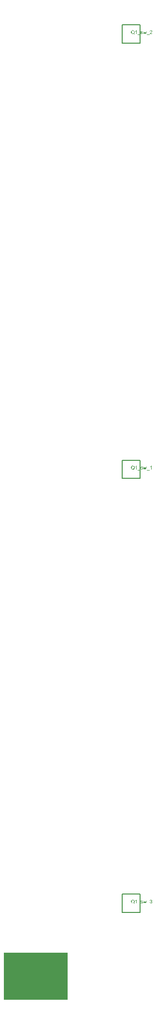
<source format=gbr>
%FSTAX23Y23*%
%MOIN*%
%SFA1B1*%

%IPPOS*%
%ADD47C,0.007874*%
%LNmain_mechanical_5-1*%
%LPD*%
G36*
X03458Y0084D02*
Y00518D01*
X03018*
Y0084*
X03458*
G37*
G36*
X04035Y01205D02*
X04035Y01205D01*
X04035Y01205*
X04036Y01205*
X04037Y01205*
X04037Y01204*
X04038Y01204*
X04038*
X04038Y01204*
X04038Y01204*
X04038Y01204*
X04038Y01204*
X04039Y01204*
X04039Y01203*
X0404Y01203*
X0404Y01202*
X04041Y01202*
Y01202*
X04041Y01202*
X04041Y01202*
X04041Y01201*
X04041Y01201*
X04041Y01201*
X04041Y01201*
X04041Y012*
X04041Y012*
X04041Y01199*
X04042Y01198*
Y01198*
Y01198*
Y01198*
Y01198*
X04041Y01198*
X04041Y01198*
X04041Y01197*
X04041Y01197*
X04041Y01196*
X04041Y01196*
Y01195*
X04041Y01195*
X0404Y01195*
X0404Y01195*
X0404Y01195*
X0404Y01194*
X04039Y01194*
X04039Y01194*
X04038Y01193*
X04038*
X04038Y01193*
X04038Y01193*
X04038Y01193*
X04039Y01193*
X04039Y01193*
X04039Y01193*
X0404Y01193*
X0404Y01192*
X04041Y01192*
X04041Y01191*
X04042Y01191*
X04042Y01191*
X04042Y01191*
X04042Y01191*
X04042Y01191*
X04042Y01191*
X04042Y0119*
X04042Y0119*
X04042Y0119*
X04042Y0119*
X04043Y01189*
X04043Y01188*
X04043Y01188*
Y01187*
Y01187*
Y01187*
X04043Y01187*
Y01187*
X04043Y01186*
X04043Y01186*
X04043Y01186*
X04042Y01185*
X04042Y01185*
X04042Y01184*
X04042Y01184*
X04042Y01183*
X04041Y01183*
X04041Y01183*
X04041Y01182*
X0404Y01182*
X0404Y01182*
X0404Y01181*
X0404Y01181*
X0404Y01181*
X0404Y01181*
X04039Y01181*
X04039Y01181*
X04039Y0118*
X04038Y0118*
X04038Y0118*
X04037Y0118*
X04037Y0118*
X04036Y0118*
X04036Y01179*
X04035Y01179*
X04034Y01179*
X04034*
X04034Y01179*
X04034*
X04033Y01179*
X04033Y01179*
X04033Y01179*
X04032Y0118*
X04032Y0118*
X04031Y0118*
X04031Y0118*
X0403Y0118*
X0403Y0118*
X0403Y01181*
X04029Y01181*
X04029Y01181*
X04029Y01181*
X04029Y01181*
X04029Y01181*
X04028Y01182*
X04028Y01182*
X04028Y01182*
X04028Y01182*
X04028Y01183*
X04027Y01183*
X04027Y01183*
X04027Y01184*
X04027Y01184*
X04027Y01185*
X04026Y01185*
X04026Y01186*
X04026Y01186*
X04029Y01187*
Y01187*
X04029Y01187*
X04029Y01187*
X04029Y01186*
X04029Y01186*
X0403Y01186*
X0403Y01185*
X0403Y01185*
X0403Y01184*
X04031Y01184*
X04031Y01183*
X04031Y01183*
X04031*
X04031Y01183*
X04031Y01183*
X04031Y01183*
X04032Y01183*
X04032Y01182*
X04032Y01182*
X04033Y01182*
X04034Y01182*
X04034Y01182*
X04034*
X04035Y01182*
X04035Y01182*
X04035Y01182*
X04036Y01182*
X04036Y01182*
X04037Y01183*
X04037Y01183*
X04037Y01183*
X04038Y01183*
X04038Y01183*
X04038Y01183*
X04038Y01183*
X04038Y01184*
X04038Y01184*
X04038Y01184*
X04038Y01184*
X04039Y01184*
X04039Y01184*
X04039Y01185*
X04039Y01186*
X04039Y01186*
X04039Y01187*
X04039Y01187*
Y01187*
Y01187*
Y01187*
X04039Y01187*
X04039Y01188*
X04039Y01188*
X04039Y01188*
X04039Y01189*
X04039Y0119*
X04039Y0119*
X04038Y0119*
X04038Y0119*
X04038Y01191*
X04038Y01191*
X04038Y01191*
X04038Y01191*
X04038Y01191*
X04038Y01191*
X04037Y01191*
X04037Y01191*
X04037Y01192*
X04036Y01192*
X04035Y01192*
X04035Y01192*
X04035Y01192*
X04034*
X04034Y01192*
X04034*
X04034Y01192*
X04033Y01192*
X04033Y01192*
X04032Y01192*
X04033Y01194*
X04033*
X04033Y01194*
X04033Y01194*
X04033*
X04034Y01194*
X04034*
X04034Y01194*
X04034Y01194*
X04035Y01195*
X04035Y01195*
X04036Y01195*
X04037Y01195*
X04037*
X04037Y01195*
X04037Y01195*
X04037Y01196*
X04037Y01196*
X04038Y01196*
X04038Y01197*
X04038Y01197*
X04038Y01197*
X04038Y01198*
X04038Y01198*
X04038Y01199*
Y01199*
Y01199*
Y01199*
X04038Y01199*
X04038Y01199*
X04038Y012*
X04038Y012*
X04038Y012*
X04038Y01201*
X04037Y01201*
X04037Y01201*
X04037Y01201*
X04037Y01202*
X04037Y01202*
X04036Y01202*
X04036Y01202*
X04035Y01202*
X04035Y01202*
X04034Y01203*
X04034*
X04034Y01202*
X04034*
X04034Y01202*
X04033Y01202*
X04033Y01202*
X04032Y01202*
X04032Y01202*
X04031Y01201*
X04031Y01201*
X04031Y01201*
X04031Y01201*
X04031Y01201*
X0403Y012*
X0403Y01199*
X0403Y01199*
X0403Y01198*
X04027Y01199*
Y01199*
X04027Y01199*
X04027Y01199*
X04027Y01199*
X04027Y01199*
X04027Y012*
X04027Y012*
X04027Y012*
X04027Y01201*
X04028Y01201*
X04028Y01202*
X04028Y01202*
X04028Y01203*
X04029Y01203*
X04029Y01203*
X04029Y01203*
X04029Y01203*
X04029Y01203*
X04029Y01204*
X0403Y01204*
X0403Y01204*
X0403Y01204*
X0403Y01204*
X04031Y01204*
X04031Y01205*
X04032Y01205*
X04032Y01205*
X04033Y01205*
X04033Y01205*
X04034Y01205*
X04034Y01205*
X04034*
X04035Y01205*
G37*
G36*
X03971Y01198D02*
X03971D01*
X03972Y01198*
X03972Y01198*
X03973Y01198*
X03974Y01198*
X03974Y01198*
X03974*
X03974Y01198*
X03974Y01198*
X03975Y01198*
X03975Y01198*
X03975Y01197*
X03976Y01197*
X03976Y01197*
X03976Y01197*
X03977Y01196*
X03977Y01196*
X03977Y01196*
X03977Y01196*
X03977Y01195*
X03977Y01195*
X03977Y01194*
X03978Y01194*
X03978Y01193*
X03975Y01193*
Y01193*
Y01193*
X03975Y01193*
X03975Y01193*
X03975Y01194*
X03974Y01194*
X03974Y01194*
X03974Y01195*
X03974Y01195*
X03973Y01195*
X03973Y01195*
X03973Y01195*
X03973Y01195*
X03972Y01196*
X03972Y01196*
X03971Y01196*
X03971Y01196*
X0397*
X0397Y01196*
X0397*
X0397Y01196*
X03969Y01196*
X03969Y01196*
X03968Y01195*
X03968Y01195*
X03968Y01195*
X03968Y01195*
X03968Y01195*
X03967Y01195*
X03967Y01195*
X03967Y01194*
X03967Y01194*
X03967Y01194*
X03967Y01194*
Y01194*
Y01193*
X03967Y01193*
X03967Y01193*
X03967Y01193*
X03967Y01193*
X03967Y01192*
X03967Y01192*
X03967Y01192*
X03967Y01192*
X03967Y01192*
X03968Y01192*
X03968Y01192*
X03968Y01192*
X03968Y01192*
X03968*
X03968Y01192*
X03969Y01192*
X03969Y01191*
X03969Y01191*
X03969Y01191*
X03969Y01191*
X0397Y01191*
X0397Y01191*
X0397Y01191*
X03971Y01191*
X03971Y01191*
X03971*
X03971Y01191*
X03971Y01191*
X03972Y01191*
X03972Y01191*
X03972Y01191*
X03973Y0119*
X03973Y0119*
X03974Y0119*
X03974Y0119*
X03975Y0119*
X03975Y0119*
X03975Y01189*
X03976Y01189*
X03976*
X03976Y01189*
X03976Y01189*
X03976Y01189*
X03976Y01189*
X03977Y01189*
X03977Y01188*
X03977Y01188*
X03978Y01188*
X03978Y01188*
X03978Y01188*
X03978Y01187*
X03978Y01187*
X03978Y01187*
X03978Y01186*
X03978Y01186*
X03978Y01185*
Y01185*
Y01185*
Y01185*
Y01185*
X03978Y01185*
X03978Y01184*
X03978Y01184*
X03978Y01183*
X03978Y01183*
X03978Y01182*
Y01182*
X03977Y01182*
X03977Y01182*
X03977Y01182*
X03977Y01181*
X03976Y01181*
X03976Y01181*
X03976Y0118*
X03975Y0118*
X03975*
X03975Y0118*
X03975Y0118*
X03975Y0118*
X03974Y0118*
X03974Y0118*
X03974Y0118*
X03974Y0118*
X03973Y0118*
X03973Y01179*
X03972Y01179*
X03971Y01179*
X03971*
X0397Y01179*
X0397Y01179*
X0397Y01179*
X03969Y01179*
X03969Y0118*
X03968Y0118*
X03967Y0118*
X03967Y0118*
X03966Y0118*
X03966Y01181*
X03966Y01181*
X03966Y01181*
X03966Y01181*
X03965Y01181*
X03965Y01181*
X03965Y01181*
X03965Y01181*
X03965Y01182*
X03965Y01182*
X03964Y01182*
X03964Y01183*
X03964Y01183*
X03964Y01183*
X03964Y01184*
X03964Y01184*
X03963Y01185*
X03963Y01185*
X03966Y01186*
Y01186*
X03966Y01186*
Y01186*
X03966Y01185*
X03966Y01185*
X03966Y01185*
X03967Y01185*
X03967Y01184*
X03967Y01184*
X03967Y01183*
X03968Y01183*
X03968*
X03968Y01183*
X03968Y01183*
X03968Y01183*
X03969Y01182*
X03969Y01182*
X0397Y01182*
X0397Y01182*
X03971Y01182*
X03971*
X03971Y01182*
X03972*
X03972Y01182*
X03972Y01182*
X03973Y01182*
X03973Y01182*
X03974Y01182*
X03974Y01183*
X03974Y01183*
X03974Y01183*
X03975Y01183*
X03975Y01183*
X03975Y01184*
X03975Y01184*
X03975Y01184*
X03975Y01185*
Y01185*
Y01185*
X03975Y01185*
X03975Y01185*
X03975Y01186*
X03975Y01186*
X03975Y01186*
X03974Y01186*
X03974Y01186*
X03974Y01187*
X03974Y01187*
X03974Y01187*
X03974Y01187*
X03973Y01187*
X03973Y01187*
X03973Y01187*
X03973Y01187*
X03972Y01187*
X03972Y01187*
X03972Y01187*
X03971Y01187*
X03971*
X03971Y01188*
X03971Y01188*
X03971Y01188*
X0397Y01188*
X0397Y01188*
X0397Y01188*
X03969Y01188*
X03969Y01188*
X03968Y01189*
X03967Y01189*
X03967Y01189*
X03967Y01189*
X03966Y01189*
X03966*
X03966Y01189*
X03966Y01189*
X03966Y01189*
X03966Y01189*
X03965Y0119*
X03965Y0119*
X03965Y0119*
X03964Y01191*
X03964Y01191*
X03964Y01191*
X03964Y01191*
X03964Y01191*
X03964Y01192*
X03964Y01192*
X03964Y01193*
X03964Y01193*
Y01193*
Y01193*
Y01193*
X03964Y01194*
X03964Y01194*
X03964Y01194*
X03964Y01195*
X03964Y01195*
X03964Y01195*
X03964Y01195*
X03964Y01196*
X03965Y01196*
X03965Y01196*
X03965Y01196*
X03965Y01197*
X03965Y01197*
X03966Y01197*
X03966Y01197*
X03966Y01197*
X03966Y01197*
X03966Y01197*
X03967Y01198*
X03967Y01198*
X03967Y01198*
X03968Y01198*
X03968*
X03968Y01198*
X03968Y01198*
X03968Y01198*
X03969Y01198*
X03969Y01198*
X03969Y01198*
X0397Y01198*
X0397Y01198*
X03971*
X03971Y01198*
G37*
G36*
X03999Y0118D02*
X03996D01*
X03993Y01191*
X03992Y01194*
X03989Y0118*
X03985*
X0398Y01198*
X03983*
X03986Y01187*
X03987Y01184*
Y01184*
X03987Y01184*
X03987Y01184*
Y01184*
X03987Y01184*
X03987Y01184*
X03987Y01184*
X03987Y01185*
X03987Y01185*
X03987Y01185*
X03988Y01186*
X03988Y01186*
X03988Y01187*
X03988Y01187*
X03991Y01198*
X03994*
X03997Y01187*
X03998Y01184*
X03999Y01187*
X04002Y01198*
X04005*
X03999Y0118*
G37*
G36*
X03936D02*
X03933D01*
Y01199*
X03933Y01199*
X03933Y01199*
X03933Y01199*
X03932Y01199*
X03932Y01198*
X03931Y01198*
X03931Y01198*
X0393Y01197*
X0393*
X0393Y01197*
X0393Y01197*
X0393Y01197*
X0393Y01197*
X03929Y01197*
X03929Y01197*
X03929Y01196*
X03928Y01196*
X03927Y01196*
X03927Y01196*
Y01199*
X03927Y01199*
X03927Y01199*
X03927Y01199*
X03927Y01199*
X03927Y01199*
X03928Y01199*
X03928Y01199*
X03928Y012*
X03929Y012*
X0393Y012*
X03931Y01201*
X03931Y01202*
X03931Y01202*
X03931Y01202*
X03932Y01202*
X03932Y01202*
X03932Y01202*
X03932Y01202*
X03932Y01203*
X03933Y01203*
X03933Y01204*
X03934Y01204*
X03934Y01205*
X03936*
Y0118*
G37*
G36*
X0391Y01205D02*
X0391Y01205D01*
X0391Y01205*
X03911Y01205*
X03911Y01205*
X03912Y01205*
X03912Y01205*
X03913Y01205*
X03913Y01205*
X03914Y01205*
X03914Y01204*
X03915Y01204*
X03915Y01204*
X03916Y01204*
X03916Y01204*
X03916Y01204*
X03916Y01203*
X03916Y01203*
X03916Y01203*
X03917Y01203*
X03917Y01203*
X03917Y01202*
X03918Y01202*
X03918Y01202*
X03918Y01201*
X03919Y01201*
X03919Y012*
X03919Y012*
X0392Y01199*
X0392Y01199*
X0392Y01199*
X0392Y01199*
X0392Y01199*
X0392Y01198*
X0392Y01198*
X0392Y01198*
X03921Y01197*
X03921Y01197*
X03921Y01196*
X03921Y01196*
X03921Y01195*
X03921Y01194*
X03921Y01194*
X03921Y01193*
X03921Y01192*
Y01192*
Y01192*
Y01192*
X03921Y01192*
Y01192*
X03921Y01191*
X03921Y01191*
X03921Y01191*
X03921Y0119*
X03921Y0119*
X03921Y01189*
X03921Y01188*
X0392Y01187*
Y01187*
X0392Y01187*
X0392Y01187*
X0392Y01186*
X0392Y01186*
X0392Y01186*
X0392Y01186*
X0392Y01185*
X03919Y01185*
X03919Y01184*
X03918Y01183*
X03917Y01182*
X03917Y01182*
X03918Y01182*
X03918Y01182*
X03918Y01182*
X03918Y01182*
X03918Y01182*
X03919Y01182*
X03919Y01182*
X03919Y01181*
X0392Y01181*
X03921Y0118*
X03922Y0118*
X03921Y01178*
X03921*
X03921Y01178*
X0392Y01178*
X0392Y01178*
X0392Y01178*
X0392Y01178*
X03919Y01178*
X03919Y01179*
X03919Y01179*
X03918Y01179*
X03917Y0118*
X03916Y0118*
X03915Y01181*
X03915Y01181*
X03915Y01181*
X03915Y01181*
X03915Y01181*
X03915Y01181*
X03914Y0118*
X03914Y0118*
X03913Y0118*
X03913Y0118*
X03913Y0118*
X03912Y0118*
X03912Y0118*
X0391Y01179*
X0391Y01179*
X03909Y01179*
X03909*
X03909Y01179*
X03908Y01179*
X03908Y01179*
X03908Y01179*
X03907Y0118*
X03907Y0118*
X03906Y0118*
X03906Y0118*
X03905Y0118*
X03905Y0118*
X03904Y0118*
X03903Y01181*
X03903Y01181*
X03903Y01181*
X03903Y01181*
X03903Y01181*
X03902Y01181*
X03902Y01181*
X03902Y01182*
X03902Y01182*
X03901Y01182*
X03901Y01183*
X03901Y01183*
X039Y01183*
X039Y01184*
X039Y01184*
X03899Y01185*
X03899Y01185*
X03899Y01186*
X03899Y01186*
X03899Y01186*
X03899Y01186*
X03898Y01186*
X03898Y01186*
X03898Y01187*
X03898Y01187*
X03898Y01188*
X03898Y01188*
X03898Y01189*
X03897Y01189*
X03897Y0119*
X03897Y0119*
X03897Y01191*
X03897Y01192*
X03897Y01192*
Y01192*
Y01193*
Y01193*
X03897Y01193*
X03897Y01193*
X03897Y01194*
X03897Y01194*
X03897Y01195*
X03897Y01195*
X03897Y01196*
X03898Y01197*
X03898Y01197*
X03898Y01198*
X03898Y01199*
X03899Y01199*
X03899Y01199*
X03899Y01199*
X03899Y01199*
X03899Y012*
X03899Y012*
X03899Y012*
X03899Y01201*
X039Y01201*
X039Y01201*
X039Y01202*
X03901Y01202*
X03901Y01202*
X03902Y01203*
X03902Y01203*
X03902Y01203*
X03903Y01204*
X03903Y01204*
X03903Y01204*
X03903Y01204*
X03903Y01204*
X03904Y01204*
X03904Y01204*
X03904Y01204*
X03905Y01205*
X03905Y01205*
X03906Y01205*
X03906Y01205*
X03907Y01205*
X03907Y01205*
X03908Y01205*
X03909Y01205*
X03909Y01205*
X0391*
X0391Y01205*
G37*
G36*
X04025Y01173D02*
X04005D01*
Y01175*
X04025*
Y01173*
G37*
G36*
X03963D02*
X03942D01*
Y01175*
X03963*
Y01173*
G37*
G36*
X03971Y07172D02*
X03971D01*
X03972Y07172*
X03972Y07172*
X03973Y07172*
X03974Y07172*
X03974Y07171*
X03974*
X03974Y07171*
X03974Y07171*
X03975Y07171*
X03975Y07171*
X03975Y07171*
X03976Y07171*
X03976Y0717*
X03976Y0717*
X03977Y0717*
X03977Y0717*
X03977Y07169*
X03977Y07169*
X03977Y07169*
X03977Y07168*
X03977Y07168*
X03978Y07167*
X03978Y07167*
X03975Y07166*
Y07166*
Y07166*
X03975Y07167*
X03975Y07167*
X03975Y07167*
X03974Y07168*
X03974Y07168*
X03974Y07168*
X03974Y07169*
X03973Y07169*
X03973Y07169*
X03973Y07169*
X03973Y07169*
X03972Y07169*
X03972Y07169*
X03971Y07169*
X03971Y07169*
X0397*
X0397Y07169*
X0397*
X0397Y07169*
X03969Y07169*
X03969Y07169*
X03968Y07169*
X03968Y07169*
X03968Y07169*
X03968Y07169*
X03968Y07169*
X03967Y07168*
X03967Y07168*
X03967Y07168*
X03967Y07168*
X03967Y07167*
X03967Y07167*
Y07167*
Y07167*
X03967Y07167*
X03967Y07167*
X03967Y07166*
X03967Y07166*
X03967Y07166*
X03967Y07166*
X03967Y07166*
X03967Y07166*
X03967Y07166*
X03968Y07166*
X03968Y07165*
X03968Y07165*
X03968Y07165*
X03968*
X03968Y07165*
X03969Y07165*
X03969Y07165*
X03969Y07165*
X03969Y07165*
X03969Y07165*
X0397Y07165*
X0397Y07165*
X0397Y07165*
X03971Y07164*
X03971Y07164*
X03971*
X03971Y07164*
X03971Y07164*
X03972Y07164*
X03972Y07164*
X03972Y07164*
X03973Y07164*
X03973Y07164*
X03974Y07164*
X03974Y07163*
X03975Y07163*
X03975Y07163*
X03975Y07163*
X03976Y07163*
X03976*
X03976Y07163*
X03976Y07163*
X03976Y07163*
X03976Y07162*
X03977Y07162*
X03977Y07162*
X03977Y07162*
X03978Y07161*
X03978Y07161*
X03978Y07161*
X03978Y07161*
X03978Y07161*
X03978Y0716*
X03978Y0716*
X03978Y07159*
X03978Y07159*
Y07159*
Y07159*
Y07158*
Y07158*
X03978Y07158*
X03978Y07158*
X03978Y07157*
X03978Y07157*
X03978Y07156*
X03978Y07156*
Y07156*
X03977Y07156*
X03977Y07155*
X03977Y07155*
X03977Y07155*
X03976Y07155*
X03976Y07154*
X03976Y07154*
X03975Y07154*
X03975*
X03975Y07154*
X03975Y07154*
X03975Y07153*
X03974Y07153*
X03974Y07153*
X03974Y07153*
X03974Y07153*
X03973Y07153*
X03973Y07153*
X03972Y07153*
X03971Y07153*
X03971*
X0397Y07153*
X0397Y07153*
X0397Y07153*
X03969Y07153*
X03969Y07153*
X03968Y07153*
X03967Y07153*
X03967Y07154*
X03966Y07154*
X03966Y07154*
X03966Y07154*
X03966Y07154*
X03966Y07154*
X03965Y07154*
X03965Y07155*
X03965Y07155*
X03965Y07155*
X03965Y07155*
X03965Y07155*
X03964Y07156*
X03964Y07156*
X03964Y07156*
X03964Y07157*
X03964Y07157*
X03964Y07158*
X03963Y07158*
X03963Y07159*
X03966Y07159*
Y07159*
X03966Y07159*
Y07159*
X03966Y07159*
X03966Y07159*
X03966Y07159*
X03967Y07158*
X03967Y07158*
X03967Y07157*
X03967Y07157*
X03968Y07156*
X03968*
X03968Y07156*
X03968Y07156*
X03968Y07156*
X03969Y07156*
X03969Y07156*
X0397Y07156*
X0397Y07155*
X03971Y07155*
X03971*
X03971Y07155*
X03972*
X03972Y07155*
X03972Y07156*
X03973Y07156*
X03973Y07156*
X03974Y07156*
X03974Y07156*
X03974Y07156*
X03974Y07156*
X03975Y07157*
X03975Y07157*
X03975Y07157*
X03975Y07157*
X03975Y07158*
X03975Y07158*
Y07158*
Y07158*
X03975Y07159*
X03975Y07159*
X03975Y07159*
X03975Y07159*
X03975Y0716*
X03974Y0716*
X03974Y0716*
X03974Y0716*
X03974Y0716*
X03974Y0716*
X03974Y0716*
X03973Y0716*
X03973Y0716*
X03973Y0716*
X03973Y07161*
X03972Y07161*
X03972Y07161*
X03972Y07161*
X03971Y07161*
X03971*
X03971Y07161*
X03971Y07161*
X03971Y07161*
X0397Y07161*
X0397Y07161*
X0397Y07161*
X03969Y07162*
X03969Y07162*
X03968Y07162*
X03967Y07162*
X03967Y07162*
X03967Y07162*
X03966Y07163*
X03966*
X03966Y07163*
X03966Y07163*
X03966Y07163*
X03966Y07163*
X03965Y07163*
X03965Y07163*
X03965Y07164*
X03964Y07164*
X03964Y07164*
X03964Y07164*
X03964Y07165*
X03964Y07165*
X03964Y07165*
X03964Y07166*
X03964Y07166*
X03964Y07167*
Y07167*
Y07167*
Y07167*
X03964Y07167*
X03964Y07167*
X03964Y07168*
X03964Y07168*
X03964Y07169*
X03964Y07169*
X03964Y07169*
X03964Y07169*
X03965Y07169*
X03965Y0717*
X03965Y0717*
X03965Y0717*
X03965Y0717*
X03966Y07171*
X03966Y07171*
X03966Y07171*
X03966Y07171*
X03966Y07171*
X03967Y07171*
X03967Y07171*
X03967Y07171*
X03968Y07172*
X03968*
X03968Y07172*
X03968Y07172*
X03968Y07172*
X03969Y07172*
X03969Y07172*
X03969Y07172*
X0397Y07172*
X0397Y07172*
X03971*
X03971Y07172*
G37*
G36*
X03999Y07153D02*
X03996D01*
X03993Y07164*
X03992Y07167*
X03989Y07153*
X03985*
X0398Y07172*
X03983*
X03986Y07161*
X03987Y07157*
Y07157*
X03987Y07157*
X03987Y07157*
Y07157*
X03987Y07157*
X03987Y07158*
X03987Y07158*
X03987Y07158*
X03987Y07158*
X03987Y07159*
X03988Y07159*
X03988Y0716*
X03988Y0716*
X03988Y07161*
X03991Y07172*
X03994*
X03997Y07161*
X03998Y07157*
X03999Y07161*
X04002Y07172*
X04005*
X03999Y07153*
G37*
G36*
X04035Y07179D02*
X04035Y07178D01*
X04036Y07178*
X04036Y07178*
X04037Y07178*
X04037Y07178*
X04038Y07178*
X04038Y07178*
X04039Y07178*
X04039Y07177*
X04039Y07177*
X0404Y07177*
X0404Y07177*
X0404Y07177*
X0404Y07176*
X04041Y07176*
X04041Y07176*
X04041Y07176*
X04041Y07176*
X04041Y07175*
X04041Y07175*
X04042Y07175*
X04042Y07174*
X04042Y07174*
X04042Y07174*
X04042Y07173*
X04042Y07173*
X04042Y07172*
X04042Y07172*
Y07172*
Y07171*
Y07171*
Y07171*
X04042Y07171*
X04042Y07171*
X04042Y0717*
X04042Y0717*
X04042Y07169*
X04042Y07169*
Y07169*
X04042Y07169*
X04042Y07168*
X04042Y07168*
X04042Y07168*
X04041Y07168*
X04041Y07167*
X04041Y07167*
X0404Y07166*
X0404Y07166*
X0404Y07165*
X0404Y07165*
X0404Y07165*
X04039Y07165*
X04039Y07165*
X04039Y07165*
X04039Y07165*
X04039Y07164*
X04038Y07164*
X04038Y07164*
X04038Y07163*
X04037Y07163*
X04037Y07163*
X04036Y07162*
X04036Y07162*
X04035Y07161*
X04035Y07161*
X04035Y07161*
X04035Y07161*
X04035Y07161*
X04034Y07161*
X04034Y0716*
X04033Y0716*
X04033Y07159*
X04032Y07159*
X04032Y07158*
X04032Y07158*
X04032Y07158*
X04031Y07158*
X04031Y07158*
X04031Y07158*
X04031Y07158*
X04031Y07157*
X04031Y07157*
X0403Y07157*
X0403Y07156*
X04042*
Y07153*
X04026*
Y07153*
Y07153*
Y07154*
X04026Y07154*
X04026Y07154*
X04026Y07155*
X04026Y07155*
X04026Y07155*
Y07155*
X04026Y07155*
X04026Y07156*
X04026Y07156*
X04026Y07156*
X04026Y07156*
X04027Y07156*
X04027Y07157*
X04027Y07158*
X04028Y07158*
X04028Y07159*
X04028Y07159*
X04028Y07159*
X04028Y07159*
X04028Y07159*
X04029Y07159*
X04029Y07159*
X04029Y0716*
X04029Y0716*
X04029Y0716*
X0403Y0716*
X0403Y07161*
X0403Y07161*
X04031Y07161*
X04031Y07162*
X04032Y07162*
X04032Y07163*
X04032Y07163*
X04032Y07163*
X04033Y07163*
X04033Y07163*
X04033Y07163*
X04034Y07164*
X04034Y07164*
X04034Y07164*
X04035Y07165*
X04036Y07166*
X04037Y07167*
X04037Y07167*
X04038Y07168*
X04038Y07168*
X04038Y07168*
X04038Y07168*
X04038Y07168*
X04038Y07168*
X04038Y07168*
X04038Y07169*
X04039Y07169*
X04039Y0717*
X04039Y0717*
X04039Y07171*
X04039Y07171*
X04039Y07172*
Y07172*
Y07172*
Y07172*
X04039Y07172*
Y07172*
X04039Y07172*
X04039Y07173*
X04039Y07173*
X04039Y07174*
X04039Y07174*
X04038Y07174*
X04038Y07174*
X04038Y07175*
X04038Y07175*
X04038Y07175*
X04038Y07175*
X04038Y07175*
X04038Y07175*
X04037Y07175*
X04037Y07175*
X04037Y07176*
X04036Y07176*
X04035Y07176*
X04035Y07176*
X04034*
X04034Y07176*
X04034*
X04034Y07176*
X04033Y07176*
X04033Y07176*
X04032Y07175*
X04032Y07175*
X04031Y07175*
X04031Y07175*
X04031Y07175*
X04031Y07175*
X04031Y07175*
X04031Y07174*
X04031Y07174*
X04031Y07174*
X0403Y07174*
X0403Y07174*
X0403Y07174*
X0403Y07173*
X0403Y07173*
X0403Y07172*
X0403Y07172*
X0403Y07171*
X0403Y07171*
X04026Y07171*
Y07171*
X04026Y07171*
X04026Y07172*
X04026Y07172*
X04027Y07172*
X04027Y07172*
X04027Y07173*
X04027Y07173*
X04027Y07174*
X04027Y07174*
X04027Y07175*
X04028Y07175*
X04028Y07175*
X04028Y07176*
X04028Y07176*
X04029Y07177*
X04029Y07177*
X04029Y07177*
X04029Y07177*
X04029Y07177*
X04029Y07177*
X0403Y07177*
X0403Y07177*
X0403Y07178*
X04031Y07178*
X04031Y07178*
X04032Y07178*
X04032Y07178*
X04033Y07178*
X04033Y07178*
X04034Y07179*
X04035Y07179*
X04035*
X04035Y07179*
G37*
G36*
X03936Y07153D02*
X03933D01*
Y07173*
X03933Y07173*
X03933Y07173*
X03933Y07173*
X03932Y07172*
X03932Y07172*
X03931Y07172*
X03931Y07171*
X0393Y07171*
X0393*
X0393Y07171*
X0393Y07171*
X0393Y07171*
X0393Y07171*
X03929Y0717*
X03929Y0717*
X03929Y0717*
X03928Y0717*
X03927Y07169*
X03927Y07169*
Y07172*
X03927Y07172*
X03927Y07172*
X03927Y07172*
X03927Y07172*
X03927Y07173*
X03928Y07173*
X03928Y07173*
X03928Y07173*
X03929Y07173*
X0393Y07174*
X03931Y07175*
X03931Y07175*
X03931Y07175*
X03931Y07175*
X03932Y07175*
X03932Y07175*
X03932Y07176*
X03932Y07176*
X03932Y07176*
X03933Y07177*
X03933Y07177*
X03934Y07178*
X03934Y07179*
X03936*
Y07153*
G37*
G36*
X0391Y07179D02*
X0391Y07179D01*
X0391Y07179*
X03911Y07179*
X03911Y07179*
X03912Y07179*
X03912Y07178*
X03913Y07178*
X03913Y07178*
X03914Y07178*
X03914Y07178*
X03915Y07178*
X03915Y07177*
X03916Y07177*
X03916Y07177*
X03916Y07177*
X03916Y07177*
X03916Y07177*
X03916Y07177*
X03917Y07176*
X03917Y07176*
X03917Y07176*
X03918Y07175*
X03918Y07175*
X03918Y07175*
X03919Y07174*
X03919Y07174*
X03919Y07173*
X0392Y07173*
X0392Y07173*
X0392Y07172*
X0392Y07172*
X0392Y07172*
X0392Y07172*
X0392Y07171*
X0392Y07171*
X03921Y07171*
X03921Y0717*
X03921Y0717*
X03921Y07169*
X03921Y07169*
X03921Y07168*
X03921Y07167*
X03921Y07167*
X03921Y07166*
Y07166*
Y07166*
Y07166*
X03921Y07165*
Y07165*
X03921Y07165*
X03921Y07164*
X03921Y07164*
X03921Y07164*
X03921Y07163*
X03921Y07162*
X03921Y07161*
X0392Y0716*
Y0716*
X0392Y0716*
X0392Y0716*
X0392Y0716*
X0392Y0716*
X0392Y07159*
X0392Y07159*
X0392Y07159*
X03919Y07158*
X03919Y07157*
X03918Y07157*
X03917Y07156*
X03917Y07156*
X03918Y07156*
X03918Y07156*
X03918Y07156*
X03918Y07156*
X03918Y07155*
X03919Y07155*
X03919Y07155*
X03919Y07155*
X0392Y07154*
X03921Y07154*
X03922Y07154*
X03921Y07151*
X03921*
X03921Y07151*
X0392Y07151*
X0392Y07152*
X0392Y07152*
X0392Y07152*
X03919Y07152*
X03919Y07152*
X03919Y07152*
X03918Y07153*
X03917Y07153*
X03916Y07154*
X03915Y07154*
X03915Y07154*
X03915Y07154*
X03915Y07154*
X03915Y07154*
X03915Y07154*
X03914Y07154*
X03914Y07154*
X03913Y07154*
X03913Y07153*
X03913Y07153*
X03912Y07153*
X03912Y07153*
X0391Y07153*
X0391Y07153*
X03909Y07153*
X03909*
X03909Y07153*
X03908Y07153*
X03908Y07153*
X03908Y07153*
X03907Y07153*
X03907Y07153*
X03906Y07153*
X03906Y07153*
X03905Y07154*
X03905Y07154*
X03904Y07154*
X03903Y07154*
X03903Y07155*
X03903Y07155*
X03903Y07155*
X03903Y07155*
X03902Y07155*
X03902Y07155*
X03902Y07155*
X03902Y07155*
X03901Y07156*
X03901Y07156*
X03901Y07156*
X039Y07157*
X039Y07157*
X039Y07158*
X03899Y07158*
X03899Y07159*
X03899Y07159*
X03899Y07159*
X03899Y07159*
X03899Y07159*
X03898Y0716*
X03898Y0716*
X03898Y0716*
X03898Y07161*
X03898Y07161*
X03898Y07162*
X03898Y07162*
X03897Y07163*
X03897Y07163*
X03897Y07164*
X03897Y07164*
X03897Y07165*
X03897Y07166*
Y07166*
Y07166*
Y07166*
X03897Y07166*
X03897Y07167*
X03897Y07167*
X03897Y07168*
X03897Y07168*
X03897Y07169*
X03897Y07169*
X03898Y0717*
X03898Y07171*
X03898Y07171*
X03898Y07172*
X03899Y07173*
X03899Y07173*
X03899Y07173*
X03899Y07173*
X03899Y07173*
X03899Y07173*
X03899Y07174*
X03899Y07174*
X039Y07174*
X039Y07175*
X039Y07175*
X03901Y07176*
X03901Y07176*
X03902Y07176*
X03902Y07177*
X03902Y07177*
X03903Y07177*
X03903Y07177*
X03903Y07177*
X03903Y07177*
X03903Y07178*
X03904Y07178*
X03904Y07178*
X03904Y07178*
X03905Y07178*
X03905Y07178*
X03906Y07178*
X03906Y07179*
X03907Y07179*
X03907Y07179*
X03908Y07179*
X03909Y07179*
X03909Y07179*
X0391*
X0391Y07179*
G37*
G36*
X04025Y07146D02*
X04005D01*
Y07149*
X04025*
Y07146*
G37*
G36*
X03963D02*
X03942D01*
Y07149*
X03963*
Y07146*
G37*
G36*
X03971Y0418D02*
X03971D01*
X03972Y0418*
X03972Y0418*
X03973Y0418*
X03974Y04179*
X03974Y04179*
X03974*
X03974Y04179*
X03974Y04179*
X03975Y04179*
X03975Y04179*
X03975Y04179*
X03976Y04179*
X03976Y04178*
X03976Y04178*
X03977Y04178*
X03977Y04177*
X03977Y04177*
X03977Y04177*
X03977Y04177*
X03977Y04176*
X03977Y04176*
X03978Y04175*
X03978Y04175*
X03975Y04174*
Y04174*
Y04174*
X03975Y04174*
X03975Y04175*
X03975Y04175*
X03974Y04175*
X03974Y04176*
X03974Y04176*
X03974Y04176*
X03973Y04176*
X03973Y04177*
X03973Y04177*
X03973Y04177*
X03972Y04177*
X03972Y04177*
X03971Y04177*
X03971Y04177*
X0397*
X0397Y04177*
X0397*
X0397Y04177*
X03969Y04177*
X03969Y04177*
X03968Y04177*
X03968Y04177*
X03968Y04177*
X03968Y04177*
X03968Y04176*
X03967Y04176*
X03967Y04176*
X03967Y04176*
X03967Y04176*
X03967Y04175*
X03967Y04175*
Y04175*
Y04175*
X03967Y04175*
X03967Y04175*
X03967Y04174*
X03967Y04174*
X03967Y04174*
X03967Y04174*
X03967Y04174*
X03967Y04174*
X03967Y04174*
X03968Y04173*
X03968Y04173*
X03968Y04173*
X03968Y04173*
X03968*
X03968Y04173*
X03969Y04173*
X03969Y04173*
X03969Y04173*
X03969Y04173*
X03969Y04173*
X0397Y04173*
X0397Y04173*
X0397Y04172*
X03971Y04172*
X03971Y04172*
X03971*
X03971Y04172*
X03971Y04172*
X03972Y04172*
X03972Y04172*
X03972Y04172*
X03973Y04172*
X03973Y04172*
X03974Y04171*
X03974Y04171*
X03975Y04171*
X03975Y04171*
X03975Y04171*
X03976Y04171*
X03976*
X03976Y04171*
X03976Y04171*
X03976Y04171*
X03976Y0417*
X03977Y0417*
X03977Y0417*
X03977Y0417*
X03978Y04169*
X03978Y04169*
X03978Y04169*
X03978Y04169*
X03978Y04168*
X03978Y04168*
X03978Y04168*
X03978Y04167*
X03978Y04166*
Y04166*
Y04166*
Y04166*
Y04166*
X03978Y04166*
X03978Y04166*
X03978Y04165*
X03978Y04165*
X03978Y04164*
X03978Y04164*
Y04164*
X03977Y04164*
X03977Y04163*
X03977Y04163*
X03977Y04163*
X03976Y04162*
X03976Y04162*
X03976Y04162*
X03975Y04161*
X03975*
X03975Y04161*
X03975Y04161*
X03975Y04161*
X03974Y04161*
X03974Y04161*
X03974Y04161*
X03974Y04161*
X03973Y04161*
X03973Y04161*
X03972Y04161*
X03971Y04161*
X03971*
X0397Y04161*
X0397Y04161*
X0397Y04161*
X03969Y04161*
X03969Y04161*
X03968Y04161*
X03967Y04161*
X03967Y04162*
X03966Y04162*
X03966Y04162*
X03966Y04162*
X03966Y04162*
X03966Y04162*
X03965Y04162*
X03965Y04162*
X03965Y04163*
X03965Y04163*
X03965Y04163*
X03965Y04163*
X03964Y04164*
X03964Y04164*
X03964Y04164*
X03964Y04165*
X03964Y04165*
X03964Y04166*
X03963Y04166*
X03963Y04167*
X03966Y04167*
Y04167*
X03966Y04167*
Y04167*
X03966Y04167*
X03966Y04167*
X03966Y04166*
X03967Y04166*
X03967Y04166*
X03967Y04165*
X03967Y04165*
X03968Y04164*
X03968*
X03968Y04164*
X03968Y04164*
X03968Y04164*
X03969Y04164*
X03969Y04164*
X0397Y04163*
X0397Y04163*
X03971Y04163*
X03971*
X03971Y04163*
X03972*
X03972Y04163*
X03972Y04163*
X03973Y04163*
X03973Y04164*
X03974Y04164*
X03974Y04164*
X03974Y04164*
X03974Y04164*
X03975Y04164*
X03975Y04165*
X03975Y04165*
X03975Y04165*
X03975Y04166*
X03975Y04166*
Y04166*
Y04166*
X03975Y04167*
X03975Y04167*
X03975Y04167*
X03975Y04167*
X03975Y04168*
X03974Y04168*
X03974Y04168*
X03974Y04168*
X03974Y04168*
X03974Y04168*
X03974Y04168*
X03973Y04168*
X03973Y04168*
X03973Y04168*
X03973Y04168*
X03972Y04169*
X03972Y04169*
X03972Y04169*
X03971Y04169*
X03971*
X03971Y04169*
X03971Y04169*
X03971Y04169*
X0397Y04169*
X0397Y04169*
X0397Y04169*
X03969Y04169*
X03969Y0417*
X03968Y0417*
X03967Y0417*
X03967Y0417*
X03967Y0417*
X03966Y0417*
X03966*
X03966Y0417*
X03966Y0417*
X03966Y04171*
X03966Y04171*
X03965Y04171*
X03965Y04171*
X03965Y04172*
X03964Y04172*
X03964Y04172*
X03964Y04172*
X03964Y04173*
X03964Y04173*
X03964Y04173*
X03964Y04174*
X03964Y04174*
X03964Y04175*
Y04175*
Y04175*
Y04175*
X03964Y04175*
X03964Y04175*
X03964Y04176*
X03964Y04176*
X03964Y04176*
X03964Y04177*
X03964Y04177*
X03964Y04177*
X03965Y04177*
X03965Y04177*
X03965Y04178*
X03965Y04178*
X03965Y04178*
X03966Y04179*
X03966Y04179*
X03966Y04179*
X03966Y04179*
X03966Y04179*
X03967Y04179*
X03967Y04179*
X03967Y04179*
X03968Y04179*
X03968*
X03968Y04179*
X03968Y04179*
X03968Y0418*
X03969Y0418*
X03969Y0418*
X03969Y0418*
X0397Y0418*
X0397Y0418*
X03971*
X03971Y0418*
G37*
G36*
X03999Y04161D02*
X03996D01*
X03993Y04172*
X03992Y04175*
X03989Y04161*
X03985*
X0398Y04179*
X03983*
X03986Y04169*
X03987Y04165*
Y04165*
X03987Y04165*
X03987Y04165*
Y04165*
X03987Y04165*
X03987Y04166*
X03987Y04166*
X03987Y04166*
X03987Y04166*
X03987Y04167*
X03988Y04167*
X03988Y04168*
X03988Y04168*
X03988Y04169*
X03991Y04179*
X03994*
X03997Y04169*
X03998Y04165*
X03999Y04169*
X04002Y04179*
X04005*
X03999Y04161*
G37*
G36*
X04038D02*
X04035D01*
Y04181*
X04035Y04181*
X04035Y04181*
X04034Y0418*
X04034Y0418*
X04034Y0418*
X04033Y04179*
X04032Y04179*
X04032Y04179*
X04032*
X04032Y04179*
X04032Y04179*
X04032Y04179*
X04031Y04178*
X04031Y04178*
X04031Y04178*
X0403Y04178*
X0403Y04178*
X04029Y04177*
X04029Y04177*
Y0418*
X04029Y0418*
X04029Y0418*
X04029Y0418*
X04029Y0418*
X04029Y0418*
X0403Y04181*
X0403Y04181*
X0403Y04181*
X04031Y04181*
X04032Y04182*
X04032Y04182*
X04033Y04183*
X04033Y04183*
X04033Y04183*
X04033Y04183*
X04033Y04183*
X04034Y04184*
X04034Y04184*
X04034Y04184*
X04035Y04185*
X04035Y04185*
X04036Y04186*
X04036Y04186*
X04038*
Y04161*
G37*
G36*
X03936D02*
X03933D01*
Y04181*
X03933Y04181*
X03933Y04181*
X03933Y0418*
X03932Y0418*
X03932Y0418*
X03931Y04179*
X03931Y04179*
X0393Y04179*
X0393*
X0393Y04179*
X0393Y04179*
X0393Y04179*
X0393Y04178*
X03929Y04178*
X03929Y04178*
X03929Y04178*
X03928Y04178*
X03927Y04177*
X03927Y04177*
Y0418*
X03927Y0418*
X03927Y0418*
X03927Y0418*
X03927Y0418*
X03927Y0418*
X03928Y04181*
X03928Y04181*
X03928Y04181*
X03929Y04181*
X0393Y04182*
X03931Y04182*
X03931Y04183*
X03931Y04183*
X03931Y04183*
X03932Y04183*
X03932Y04183*
X03932Y04184*
X03932Y04184*
X03932Y04184*
X03933Y04185*
X03933Y04185*
X03934Y04186*
X03934Y04186*
X03936*
Y04161*
G37*
G36*
X0391Y04187D02*
X0391Y04187D01*
X0391Y04187*
X03911Y04187*
X03911Y04187*
X03912Y04186*
X03912Y04186*
X03913Y04186*
X03913Y04186*
X03914Y04186*
X03914Y04186*
X03915Y04185*
X03915Y04185*
X03916Y04185*
X03916Y04185*
X03916Y04185*
X03916Y04185*
X03916Y04185*
X03916Y04184*
X03917Y04184*
X03917Y04184*
X03917Y04184*
X03918Y04183*
X03918Y04183*
X03918Y04182*
X03919Y04182*
X03919Y04182*
X03919Y04181*
X0392Y0418*
X0392Y0418*
X0392Y0418*
X0392Y0418*
X0392Y0418*
X0392Y0418*
X0392Y04179*
X0392Y04179*
X03921Y04179*
X03921Y04178*
X03921Y04178*
X03921Y04177*
X03921Y04176*
X03921Y04176*
X03921Y04175*
X03921Y04174*
X03921Y04174*
Y04174*
Y04174*
Y04173*
X03921Y04173*
Y04173*
X03921Y04173*
X03921Y04172*
X03921Y04172*
X03921Y04171*
X03921Y04171*
X03921Y0417*
X03921Y04169*
X0392Y04168*
Y04168*
X0392Y04168*
X0392Y04168*
X0392Y04168*
X0392Y04168*
X0392Y04167*
X0392Y04167*
X0392Y04167*
X03919Y04166*
X03919Y04165*
X03918Y04165*
X03917Y04164*
X03917Y04164*
X03918Y04164*
X03918Y04164*
X03918Y04164*
X03918Y04163*
X03918Y04163*
X03919Y04163*
X03919Y04163*
X03919Y04163*
X0392Y04162*
X03921Y04162*
X03922Y04162*
X03921Y04159*
X03921*
X03921Y04159*
X0392Y04159*
X0392Y04159*
X0392Y0416*
X0392Y0416*
X03919Y0416*
X03919Y0416*
X03919Y0416*
X03918Y0416*
X03917Y04161*
X03916Y04162*
X03915Y04162*
X03915Y04162*
X03915Y04162*
X03915Y04162*
X03915Y04162*
X03915Y04162*
X03914Y04162*
X03914Y04162*
X03913Y04162*
X03913Y04161*
X03913Y04161*
X03912Y04161*
X03912Y04161*
X0391Y04161*
X0391Y04161*
X03909Y04161*
X03909*
X03909Y04161*
X03908Y04161*
X03908Y04161*
X03908Y04161*
X03907Y04161*
X03907Y04161*
X03906Y04161*
X03906Y04161*
X03905Y04161*
X03905Y04162*
X03904Y04162*
X03903Y04162*
X03903Y04162*
X03903Y04162*
X03903Y04162*
X03903Y04163*
X03902Y04163*
X03902Y04163*
X03902Y04163*
X03902Y04163*
X03901Y04164*
X03901Y04164*
X03901Y04164*
X039Y04165*
X039Y04165*
X039Y04165*
X03899Y04166*
X03899Y04166*
X03899Y04167*
X03899Y04167*
X03899Y04167*
X03899Y04167*
X03898Y04168*
X03898Y04168*
X03898Y04168*
X03898Y04169*
X03898Y04169*
X03898Y04169*
X03898Y0417*
X03897Y04171*
X03897Y04171*
X03897Y04172*
X03897Y04172*
X03897Y04173*
X03897Y04174*
Y04174*
Y04174*
Y04174*
X03897Y04174*
X03897Y04175*
X03897Y04175*
X03897Y04176*
X03897Y04176*
X03897Y04176*
X03897Y04177*
X03898Y04178*
X03898Y04179*
X03898Y04179*
X03898Y0418*
X03899Y04181*
X03899Y04181*
X03899Y04181*
X03899Y04181*
X03899Y04181*
X03899Y04181*
X03899Y04182*
X03899Y04182*
X039Y04182*
X039Y04183*
X039Y04183*
X03901Y04183*
X03901Y04184*
X03902Y04184*
X03902Y04185*
X03902Y04185*
X03903Y04185*
X03903Y04185*
X03903Y04185*
X03903Y04185*
X03903Y04185*
X03904Y04186*
X03904Y04186*
X03904Y04186*
X03905Y04186*
X03905Y04186*
X03906Y04186*
X03906Y04186*
X03907Y04187*
X03907Y04187*
X03908Y04187*
X03909Y04187*
X03909Y04187*
X0391*
X0391Y04187*
G37*
G36*
X04025Y04154D02*
X04005D01*
Y04156*
X04025*
Y04154*
G37*
G36*
X03963D02*
X03942D01*
Y04156*
X03963*
Y04154*
G37*
%LNmain_mechanical_5-2*%
%LPC*%
G36*
X0391Y01203D02*
X03909D01*
X03909Y01203*
X03909*
X03908Y01202*
X03908Y01202*
X03907Y01202*
X03907Y01202*
X03907Y01202*
X03906Y01202*
X03906Y01202*
X03905Y01201*
X03905Y01201*
X03904Y01201*
X03903Y012*
X03903Y012*
X03903Y012*
X03903Y012*
X03903Y012*
X03903Y012*
X03902Y01199*
X03902Y01199*
X03902Y01199*
X03902Y01198*
X03902Y01198*
X03901Y01197*
X03901Y01196*
X03901Y01196*
X03901Y01195*
X03901Y01194*
X03901Y01193*
X03901Y01192*
Y01192*
Y01192*
X03901Y01192*
Y01192*
X03901Y01191*
X03901Y01191*
X03901Y0119*
X03901Y0119*
X03901Y01189*
X03901Y01188*
X03901Y01188*
X03902Y01187*
X03902Y01186*
X03902Y01186*
X03903Y01185*
X03903Y01185*
X03903Y01185*
X03903Y01185*
X03903Y01185*
X03903Y01184*
X03904Y01184*
X03904Y01184*
X03904Y01184*
X03905Y01184*
X03905Y01183*
X03906Y01183*
X03906Y01183*
X03907Y01183*
X03907Y01182*
X03908Y01182*
X03909Y01182*
X03909Y01182*
X0391*
X0391Y01182*
X0391*
X0391Y01182*
X03911Y01182*
X03911Y01182*
X03912Y01183*
X03913Y01183*
X03913*
X03913Y01183*
X03912Y01183*
X03912Y01183*
X03912Y01183*
X03912Y01183*
X03912Y01183*
X03911Y01184*
X03911Y01184*
X0391Y01184*
X03909Y01184*
X0391Y01187*
X0391*
X0391Y01187*
X0391Y01187*
X03911Y01187*
X03911Y01186*
X03911Y01186*
X03911Y01186*
X03912Y01186*
X03913Y01186*
X03913Y01185*
X03914Y01185*
X03915Y01184*
X03915Y01184*
X03915Y01184*
X03915Y01185*
X03915Y01185*
X03916Y01185*
X03916Y01185*
X03916Y01186*
X03916Y01186*
X03917Y01187*
X03917Y01187*
X03917Y01188*
X03917Y01189*
X03918Y0119*
X03918Y0119*
X03918Y01191*
X03918Y01192*
Y01192*
Y01193*
Y01193*
X03918Y01193*
Y01193*
X03918Y01193*
X03918Y01194*
X03918Y01194*
X03918Y01195*
X03917Y01196*
X03917Y01197*
X03917Y01198*
Y01198*
X03917Y01198*
X03917Y01198*
X03917Y01198*
X03916Y01198*
X03916Y01198*
X03916Y01199*
X03916Y012*
X03915Y012*
X03914Y01201*
X03914Y01201*
X03914Y01201*
X03914Y01201*
X03914Y01201*
X03913Y01201*
X03913Y01202*
X03913Y01202*
X03913Y01202*
X03912Y01202*
X03912Y01202*
X03912Y01202*
X03911Y01202*
X0391Y01202*
X0391Y01203*
G37*
G36*
Y07176D02*
X03909D01*
X03909Y07176*
X03909*
X03908Y07176*
X03908Y07176*
X03907Y07176*
X03907Y07176*
X03907Y07176*
X03906Y07175*
X03906Y07175*
X03905Y07175*
X03905Y07175*
X03904Y07174*
X03903Y07174*
X03903Y07173*
X03903Y07173*
X03903Y07173*
X03903Y07173*
X03903Y07173*
X03902Y07173*
X03902Y07172*
X03902Y07172*
X03902Y07172*
X03902Y07171*
X03901Y07171*
X03901Y0717*
X03901Y07169*
X03901Y07168*
X03901Y07168*
X03901Y07167*
X03901Y07166*
Y07166*
Y07166*
X03901Y07165*
Y07165*
X03901Y07165*
X03901Y07164*
X03901Y07164*
X03901Y07163*
X03901Y07162*
X03901Y07162*
X03901Y07161*
X03902Y07161*
X03902Y0716*
X03902Y07159*
X03903Y07159*
X03903Y07158*
X03903Y07158*
X03903Y07158*
X03903Y07158*
X03903Y07158*
X03904Y07158*
X03904Y07158*
X03904Y07157*
X03905Y07157*
X03905Y07157*
X03906Y07157*
X03906Y07156*
X03907Y07156*
X03907Y07156*
X03908Y07156*
X03909Y07156*
X03909Y07156*
X0391*
X0391Y07156*
X0391*
X0391Y07156*
X03911Y07156*
X03911Y07156*
X03912Y07156*
X03913Y07156*
X03913*
X03913Y07156*
X03912Y07156*
X03912Y07157*
X03912Y07157*
X03912Y07157*
X03912Y07157*
X03911Y07157*
X03911Y07157*
X0391Y07158*
X03909Y07158*
X0391Y0716*
X0391*
X0391Y0716*
X0391Y0716*
X03911Y0716*
X03911Y0716*
X03911Y0716*
X03911Y0716*
X03912Y0716*
X03913Y07159*
X03913Y07159*
X03914Y07158*
X03915Y07158*
X03915Y07158*
X03915Y07158*
X03915Y07158*
X03915Y07158*
X03916Y07159*
X03916Y07159*
X03916Y07159*
X03916Y0716*
X03917Y0716*
X03917Y07161*
X03917Y07162*
X03917Y07162*
X03918Y07163*
X03918Y07164*
X03918Y07165*
X03918Y07166*
Y07166*
Y07166*
Y07166*
X03918Y07166*
Y07167*
X03918Y07167*
X03918Y07167*
X03918Y07168*
X03918Y07169*
X03917Y07169*
X03917Y0717*
X03917Y07171*
Y07171*
X03917Y07171*
X03917Y07171*
X03917Y07172*
X03916Y07172*
X03916Y07172*
X03916Y07173*
X03916Y07173*
X03915Y07174*
X03914Y07174*
X03914Y07175*
X03914Y07175*
X03914Y07175*
X03914Y07175*
X03913Y07175*
X03913Y07175*
X03913Y07175*
X03913Y07175*
X03912Y07175*
X03912Y07176*
X03912Y07176*
X03911Y07176*
X0391Y07176*
X0391Y07176*
G37*
G36*
Y04184D02*
X03909D01*
X03909Y04184*
X03909*
X03908Y04184*
X03908Y04184*
X03907Y04184*
X03907Y04184*
X03907Y04183*
X03906Y04183*
X03906Y04183*
X03905Y04183*
X03905Y04183*
X03904Y04182*
X03903Y04182*
X03903Y04181*
X03903Y04181*
X03903Y04181*
X03903Y04181*
X03903Y04181*
X03902Y04181*
X03902Y0418*
X03902Y0418*
X03902Y04179*
X03902Y04179*
X03901Y04178*
X03901Y04178*
X03901Y04177*
X03901Y04176*
X03901Y04176*
X03901Y04175*
X03901Y04174*
Y04174*
Y04174*
X03901Y04173*
Y04173*
X03901Y04173*
X03901Y04172*
X03901Y04172*
X03901Y04171*
X03901Y0417*
X03901Y0417*
X03901Y04169*
X03902Y04168*
X03902Y04168*
X03902Y04167*
X03903Y04167*
X03903Y04166*
X03903Y04166*
X03903Y04166*
X03903Y04166*
X03903Y04166*
X03904Y04166*
X03904Y04165*
X03904Y04165*
X03905Y04165*
X03905Y04165*
X03906Y04164*
X03906Y04164*
X03907Y04164*
X03907Y04164*
X03908Y04164*
X03909Y04164*
X03909Y04164*
X0391*
X0391Y04164*
X0391*
X0391Y04164*
X03911Y04164*
X03911Y04164*
X03912Y04164*
X03913Y04164*
X03913*
X03913Y04164*
X03912Y04164*
X03912Y04164*
X03912Y04164*
X03912Y04165*
X03912Y04165*
X03911Y04165*
X03911Y04165*
X0391Y04165*
X03909Y04166*
X0391Y04168*
X0391*
X0391Y04168*
X0391Y04168*
X03911Y04168*
X03911Y04168*
X03911Y04168*
X03911Y04168*
X03912Y04168*
X03913Y04167*
X03913Y04167*
X03914Y04166*
X03915Y04166*
X03915Y04166*
X03915Y04166*
X03915Y04166*
X03915Y04166*
X03916Y04166*
X03916Y04167*
X03916Y04167*
X03916Y04168*
X03917Y04168*
X03917Y04169*
X03917Y0417*
X03917Y0417*
X03918Y04171*
X03918Y04172*
X03918Y04173*
X03918Y04174*
Y04174*
Y04174*
Y04174*
X03918Y04174*
Y04175*
X03918Y04175*
X03918Y04175*
X03918Y04176*
X03918Y04176*
X03917Y04177*
X03917Y04178*
X03917Y04179*
Y04179*
X03917Y04179*
X03917Y04179*
X03917Y04179*
X03916Y0418*
X03916Y0418*
X03916Y0418*
X03916Y04181*
X03915Y04182*
X03914Y04182*
X03914Y04183*
X03914Y04183*
X03914Y04183*
X03914Y04183*
X03913Y04183*
X03913Y04183*
X03913Y04183*
X03913Y04183*
X03912Y04183*
X03912Y04183*
X03912Y04184*
X03911Y04184*
X0391Y04184*
X0391Y04184*
G37*
%LNmain_mechanical_5-3*%
%LPD*%
G54D47*
X03836Y01244D02*
X03958D01*
Y01118D02*
Y01244D01*
X03836Y01118D02*
X03958D01*
X03836D02*
Y01244D01*
Y07091D02*
Y07217D01*
Y07091D02*
X03958D01*
Y07217*
X03836D02*
X03958D01*
X03836Y04099D02*
Y04225D01*
Y04099D02*
X03958D01*
Y04225*
X03836D02*
X03958D01*
M02*
</source>
